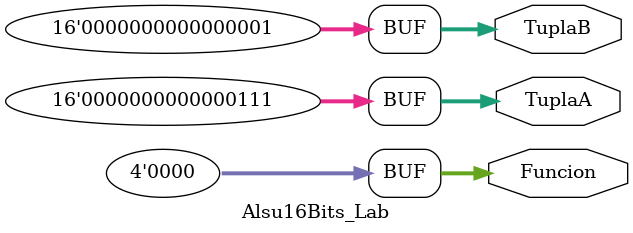
<source format=v>
module Alsu16Bits_Lab (/*AUTOARG*/
   // Outputs
   TuplaA, TuplaB, Funcion
   ) ;
   output reg [15:0] TuplaA, TuplaB;
   output reg [3:0]Funcion;

   wire   [15:0] Respuesta;
   wire   Cy, Ov;

   Alsu16Bits Alsu(Respuesta,Cy,Ov,TuplaA,TuplaB,Funcion);

   //simulación:
   initial begin
      Funcion = 4'b0000;
      TuplaA = 16'hFFFF;
      TuplaB = 16'h1;
   end

   initial begin
      repeat (33) begin
	 #1 Funcion <= Funcion+1;
      end
   end

   initial begin
      #16 TuplaA = 16'h7;
   end
   
   initial begin
      $dumpfile("Alsu16Bits_Lab.vcd");
      $dumpvars;
   end
endmodule // Alsu16Bits_Lab

</source>
